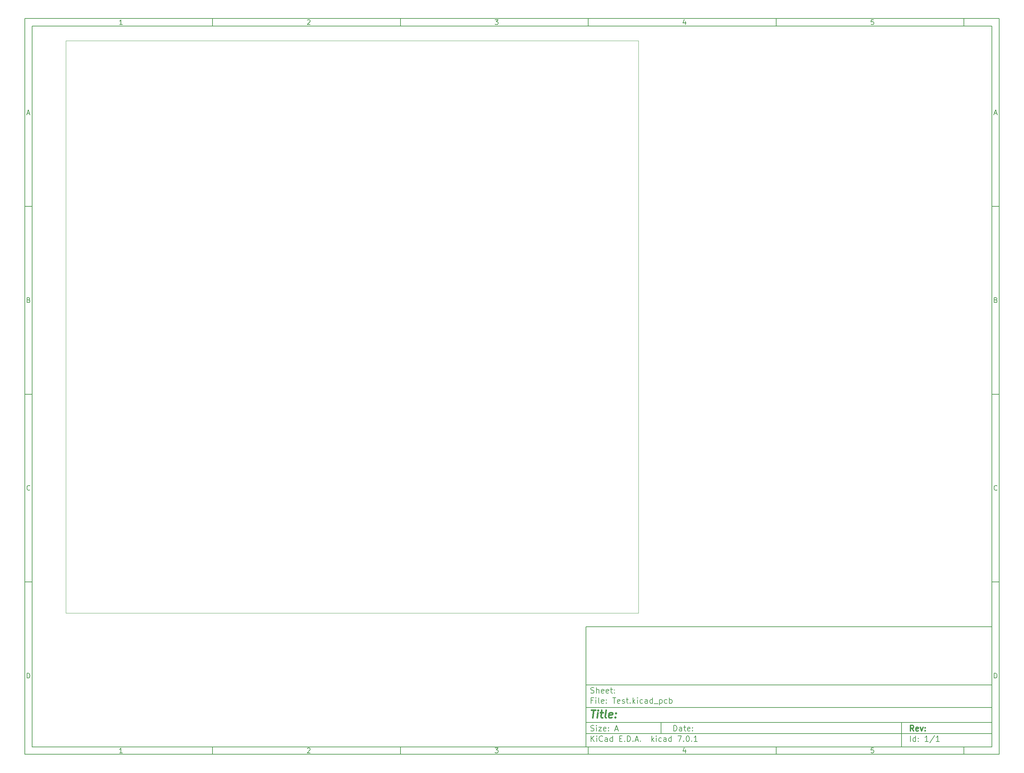
<source format=gbr>
%TF.GenerationSoftware,KiCad,Pcbnew,7.0.1*%
%TF.CreationDate,2023-03-26T09:27:21-05:00*%
%TF.ProjectId,Test,54657374-2e6b-4696-9361-645f70636258,rev?*%
%TF.SameCoordinates,Original*%
%TF.FileFunction,Profile,NP*%
%FSLAX46Y46*%
G04 Gerber Fmt 4.6, Leading zero omitted, Abs format (unit mm)*
G04 Created by KiCad (PCBNEW 7.0.1) date 2023-03-26 09:27:21*
%MOMM*%
%LPD*%
G01*
G04 APERTURE LIST*
%ADD10C,0.100000*%
%ADD11C,0.150000*%
%ADD12C,0.300000*%
%ADD13C,0.400000*%
%TA.AperFunction,Profile*%
%ADD14C,0.100000*%
%TD*%
G04 APERTURE END LIST*
D10*
D11*
X159400000Y-171900000D02*
X267400000Y-171900000D01*
X267400000Y-203900000D01*
X159400000Y-203900000D01*
X159400000Y-171900000D01*
D10*
D11*
X10000000Y-10000000D02*
X269400000Y-10000000D01*
X269400000Y-205900000D01*
X10000000Y-205900000D01*
X10000000Y-10000000D01*
D10*
D11*
X12000000Y-12000000D02*
X267400000Y-12000000D01*
X267400000Y-203900000D01*
X12000000Y-203900000D01*
X12000000Y-12000000D01*
D10*
D11*
X60000000Y-12000000D02*
X60000000Y-10000000D01*
D10*
D11*
X110000000Y-12000000D02*
X110000000Y-10000000D01*
D10*
D11*
X160000000Y-12000000D02*
X160000000Y-10000000D01*
D10*
D11*
X210000000Y-12000000D02*
X210000000Y-10000000D01*
D10*
D11*
X260000000Y-12000000D02*
X260000000Y-10000000D01*
D10*
D11*
X35990476Y-11601404D02*
X35247619Y-11601404D01*
X35619047Y-11601404D02*
X35619047Y-10301404D01*
X35619047Y-10301404D02*
X35495238Y-10487119D01*
X35495238Y-10487119D02*
X35371428Y-10610928D01*
X35371428Y-10610928D02*
X35247619Y-10672833D01*
D10*
D11*
X85247619Y-10425214D02*
X85309523Y-10363309D01*
X85309523Y-10363309D02*
X85433333Y-10301404D01*
X85433333Y-10301404D02*
X85742857Y-10301404D01*
X85742857Y-10301404D02*
X85866666Y-10363309D01*
X85866666Y-10363309D02*
X85928571Y-10425214D01*
X85928571Y-10425214D02*
X85990476Y-10549023D01*
X85990476Y-10549023D02*
X85990476Y-10672833D01*
X85990476Y-10672833D02*
X85928571Y-10858547D01*
X85928571Y-10858547D02*
X85185714Y-11601404D01*
X85185714Y-11601404D02*
X85990476Y-11601404D01*
D10*
D11*
X135185714Y-10301404D02*
X135990476Y-10301404D01*
X135990476Y-10301404D02*
X135557142Y-10796642D01*
X135557142Y-10796642D02*
X135742857Y-10796642D01*
X135742857Y-10796642D02*
X135866666Y-10858547D01*
X135866666Y-10858547D02*
X135928571Y-10920452D01*
X135928571Y-10920452D02*
X135990476Y-11044261D01*
X135990476Y-11044261D02*
X135990476Y-11353785D01*
X135990476Y-11353785D02*
X135928571Y-11477595D01*
X135928571Y-11477595D02*
X135866666Y-11539500D01*
X135866666Y-11539500D02*
X135742857Y-11601404D01*
X135742857Y-11601404D02*
X135371428Y-11601404D01*
X135371428Y-11601404D02*
X135247619Y-11539500D01*
X135247619Y-11539500D02*
X135185714Y-11477595D01*
D10*
D11*
X185866666Y-10734738D02*
X185866666Y-11601404D01*
X185557142Y-10239500D02*
X185247619Y-11168071D01*
X185247619Y-11168071D02*
X186052380Y-11168071D01*
D10*
D11*
X235928571Y-10301404D02*
X235309523Y-10301404D01*
X235309523Y-10301404D02*
X235247619Y-10920452D01*
X235247619Y-10920452D02*
X235309523Y-10858547D01*
X235309523Y-10858547D02*
X235433333Y-10796642D01*
X235433333Y-10796642D02*
X235742857Y-10796642D01*
X235742857Y-10796642D02*
X235866666Y-10858547D01*
X235866666Y-10858547D02*
X235928571Y-10920452D01*
X235928571Y-10920452D02*
X235990476Y-11044261D01*
X235990476Y-11044261D02*
X235990476Y-11353785D01*
X235990476Y-11353785D02*
X235928571Y-11477595D01*
X235928571Y-11477595D02*
X235866666Y-11539500D01*
X235866666Y-11539500D02*
X235742857Y-11601404D01*
X235742857Y-11601404D02*
X235433333Y-11601404D01*
X235433333Y-11601404D02*
X235309523Y-11539500D01*
X235309523Y-11539500D02*
X235247619Y-11477595D01*
D10*
D11*
X60000000Y-203900000D02*
X60000000Y-205900000D01*
D10*
D11*
X110000000Y-203900000D02*
X110000000Y-205900000D01*
D10*
D11*
X160000000Y-203900000D02*
X160000000Y-205900000D01*
D10*
D11*
X210000000Y-203900000D02*
X210000000Y-205900000D01*
D10*
D11*
X260000000Y-203900000D02*
X260000000Y-205900000D01*
D10*
D11*
X35990476Y-205501404D02*
X35247619Y-205501404D01*
X35619047Y-205501404D02*
X35619047Y-204201404D01*
X35619047Y-204201404D02*
X35495238Y-204387119D01*
X35495238Y-204387119D02*
X35371428Y-204510928D01*
X35371428Y-204510928D02*
X35247619Y-204572833D01*
D10*
D11*
X85247619Y-204325214D02*
X85309523Y-204263309D01*
X85309523Y-204263309D02*
X85433333Y-204201404D01*
X85433333Y-204201404D02*
X85742857Y-204201404D01*
X85742857Y-204201404D02*
X85866666Y-204263309D01*
X85866666Y-204263309D02*
X85928571Y-204325214D01*
X85928571Y-204325214D02*
X85990476Y-204449023D01*
X85990476Y-204449023D02*
X85990476Y-204572833D01*
X85990476Y-204572833D02*
X85928571Y-204758547D01*
X85928571Y-204758547D02*
X85185714Y-205501404D01*
X85185714Y-205501404D02*
X85990476Y-205501404D01*
D10*
D11*
X135185714Y-204201404D02*
X135990476Y-204201404D01*
X135990476Y-204201404D02*
X135557142Y-204696642D01*
X135557142Y-204696642D02*
X135742857Y-204696642D01*
X135742857Y-204696642D02*
X135866666Y-204758547D01*
X135866666Y-204758547D02*
X135928571Y-204820452D01*
X135928571Y-204820452D02*
X135990476Y-204944261D01*
X135990476Y-204944261D02*
X135990476Y-205253785D01*
X135990476Y-205253785D02*
X135928571Y-205377595D01*
X135928571Y-205377595D02*
X135866666Y-205439500D01*
X135866666Y-205439500D02*
X135742857Y-205501404D01*
X135742857Y-205501404D02*
X135371428Y-205501404D01*
X135371428Y-205501404D02*
X135247619Y-205439500D01*
X135247619Y-205439500D02*
X135185714Y-205377595D01*
D10*
D11*
X185866666Y-204634738D02*
X185866666Y-205501404D01*
X185557142Y-204139500D02*
X185247619Y-205068071D01*
X185247619Y-205068071D02*
X186052380Y-205068071D01*
D10*
D11*
X235928571Y-204201404D02*
X235309523Y-204201404D01*
X235309523Y-204201404D02*
X235247619Y-204820452D01*
X235247619Y-204820452D02*
X235309523Y-204758547D01*
X235309523Y-204758547D02*
X235433333Y-204696642D01*
X235433333Y-204696642D02*
X235742857Y-204696642D01*
X235742857Y-204696642D02*
X235866666Y-204758547D01*
X235866666Y-204758547D02*
X235928571Y-204820452D01*
X235928571Y-204820452D02*
X235990476Y-204944261D01*
X235990476Y-204944261D02*
X235990476Y-205253785D01*
X235990476Y-205253785D02*
X235928571Y-205377595D01*
X235928571Y-205377595D02*
X235866666Y-205439500D01*
X235866666Y-205439500D02*
X235742857Y-205501404D01*
X235742857Y-205501404D02*
X235433333Y-205501404D01*
X235433333Y-205501404D02*
X235309523Y-205439500D01*
X235309523Y-205439500D02*
X235247619Y-205377595D01*
D10*
D11*
X10000000Y-60000000D02*
X12000000Y-60000000D01*
D10*
D11*
X10000000Y-110000000D02*
X12000000Y-110000000D01*
D10*
D11*
X10000000Y-160000000D02*
X12000000Y-160000000D01*
D10*
D11*
X10690476Y-35229976D02*
X11309523Y-35229976D01*
X10566666Y-35601404D02*
X10999999Y-34301404D01*
X10999999Y-34301404D02*
X11433333Y-35601404D01*
D10*
D11*
X11092857Y-84920452D02*
X11278571Y-84982357D01*
X11278571Y-84982357D02*
X11340476Y-85044261D01*
X11340476Y-85044261D02*
X11402380Y-85168071D01*
X11402380Y-85168071D02*
X11402380Y-85353785D01*
X11402380Y-85353785D02*
X11340476Y-85477595D01*
X11340476Y-85477595D02*
X11278571Y-85539500D01*
X11278571Y-85539500D02*
X11154761Y-85601404D01*
X11154761Y-85601404D02*
X10659523Y-85601404D01*
X10659523Y-85601404D02*
X10659523Y-84301404D01*
X10659523Y-84301404D02*
X11092857Y-84301404D01*
X11092857Y-84301404D02*
X11216666Y-84363309D01*
X11216666Y-84363309D02*
X11278571Y-84425214D01*
X11278571Y-84425214D02*
X11340476Y-84549023D01*
X11340476Y-84549023D02*
X11340476Y-84672833D01*
X11340476Y-84672833D02*
X11278571Y-84796642D01*
X11278571Y-84796642D02*
X11216666Y-84858547D01*
X11216666Y-84858547D02*
X11092857Y-84920452D01*
X11092857Y-84920452D02*
X10659523Y-84920452D01*
D10*
D11*
X11402380Y-135477595D02*
X11340476Y-135539500D01*
X11340476Y-135539500D02*
X11154761Y-135601404D01*
X11154761Y-135601404D02*
X11030952Y-135601404D01*
X11030952Y-135601404D02*
X10845238Y-135539500D01*
X10845238Y-135539500D02*
X10721428Y-135415690D01*
X10721428Y-135415690D02*
X10659523Y-135291880D01*
X10659523Y-135291880D02*
X10597619Y-135044261D01*
X10597619Y-135044261D02*
X10597619Y-134858547D01*
X10597619Y-134858547D02*
X10659523Y-134610928D01*
X10659523Y-134610928D02*
X10721428Y-134487119D01*
X10721428Y-134487119D02*
X10845238Y-134363309D01*
X10845238Y-134363309D02*
X11030952Y-134301404D01*
X11030952Y-134301404D02*
X11154761Y-134301404D01*
X11154761Y-134301404D02*
X11340476Y-134363309D01*
X11340476Y-134363309D02*
X11402380Y-134425214D01*
D10*
D11*
X10659523Y-185601404D02*
X10659523Y-184301404D01*
X10659523Y-184301404D02*
X10969047Y-184301404D01*
X10969047Y-184301404D02*
X11154761Y-184363309D01*
X11154761Y-184363309D02*
X11278571Y-184487119D01*
X11278571Y-184487119D02*
X11340476Y-184610928D01*
X11340476Y-184610928D02*
X11402380Y-184858547D01*
X11402380Y-184858547D02*
X11402380Y-185044261D01*
X11402380Y-185044261D02*
X11340476Y-185291880D01*
X11340476Y-185291880D02*
X11278571Y-185415690D01*
X11278571Y-185415690D02*
X11154761Y-185539500D01*
X11154761Y-185539500D02*
X10969047Y-185601404D01*
X10969047Y-185601404D02*
X10659523Y-185601404D01*
D10*
D11*
X269400000Y-60000000D02*
X267400000Y-60000000D01*
D10*
D11*
X269400000Y-110000000D02*
X267400000Y-110000000D01*
D10*
D11*
X269400000Y-160000000D02*
X267400000Y-160000000D01*
D10*
D11*
X268090476Y-35229976D02*
X268709523Y-35229976D01*
X267966666Y-35601404D02*
X268399999Y-34301404D01*
X268399999Y-34301404D02*
X268833333Y-35601404D01*
D10*
D11*
X268492857Y-84920452D02*
X268678571Y-84982357D01*
X268678571Y-84982357D02*
X268740476Y-85044261D01*
X268740476Y-85044261D02*
X268802380Y-85168071D01*
X268802380Y-85168071D02*
X268802380Y-85353785D01*
X268802380Y-85353785D02*
X268740476Y-85477595D01*
X268740476Y-85477595D02*
X268678571Y-85539500D01*
X268678571Y-85539500D02*
X268554761Y-85601404D01*
X268554761Y-85601404D02*
X268059523Y-85601404D01*
X268059523Y-85601404D02*
X268059523Y-84301404D01*
X268059523Y-84301404D02*
X268492857Y-84301404D01*
X268492857Y-84301404D02*
X268616666Y-84363309D01*
X268616666Y-84363309D02*
X268678571Y-84425214D01*
X268678571Y-84425214D02*
X268740476Y-84549023D01*
X268740476Y-84549023D02*
X268740476Y-84672833D01*
X268740476Y-84672833D02*
X268678571Y-84796642D01*
X268678571Y-84796642D02*
X268616666Y-84858547D01*
X268616666Y-84858547D02*
X268492857Y-84920452D01*
X268492857Y-84920452D02*
X268059523Y-84920452D01*
D10*
D11*
X268802380Y-135477595D02*
X268740476Y-135539500D01*
X268740476Y-135539500D02*
X268554761Y-135601404D01*
X268554761Y-135601404D02*
X268430952Y-135601404D01*
X268430952Y-135601404D02*
X268245238Y-135539500D01*
X268245238Y-135539500D02*
X268121428Y-135415690D01*
X268121428Y-135415690D02*
X268059523Y-135291880D01*
X268059523Y-135291880D02*
X267997619Y-135044261D01*
X267997619Y-135044261D02*
X267997619Y-134858547D01*
X267997619Y-134858547D02*
X268059523Y-134610928D01*
X268059523Y-134610928D02*
X268121428Y-134487119D01*
X268121428Y-134487119D02*
X268245238Y-134363309D01*
X268245238Y-134363309D02*
X268430952Y-134301404D01*
X268430952Y-134301404D02*
X268554761Y-134301404D01*
X268554761Y-134301404D02*
X268740476Y-134363309D01*
X268740476Y-134363309D02*
X268802380Y-134425214D01*
D10*
D11*
X268059523Y-185601404D02*
X268059523Y-184301404D01*
X268059523Y-184301404D02*
X268369047Y-184301404D01*
X268369047Y-184301404D02*
X268554761Y-184363309D01*
X268554761Y-184363309D02*
X268678571Y-184487119D01*
X268678571Y-184487119D02*
X268740476Y-184610928D01*
X268740476Y-184610928D02*
X268802380Y-184858547D01*
X268802380Y-184858547D02*
X268802380Y-185044261D01*
X268802380Y-185044261D02*
X268740476Y-185291880D01*
X268740476Y-185291880D02*
X268678571Y-185415690D01*
X268678571Y-185415690D02*
X268554761Y-185539500D01*
X268554761Y-185539500D02*
X268369047Y-185601404D01*
X268369047Y-185601404D02*
X268059523Y-185601404D01*
D10*
D11*
X182757142Y-199693928D02*
X182757142Y-198193928D01*
X182757142Y-198193928D02*
X183114285Y-198193928D01*
X183114285Y-198193928D02*
X183328571Y-198265357D01*
X183328571Y-198265357D02*
X183471428Y-198408214D01*
X183471428Y-198408214D02*
X183542857Y-198551071D01*
X183542857Y-198551071D02*
X183614285Y-198836785D01*
X183614285Y-198836785D02*
X183614285Y-199051071D01*
X183614285Y-199051071D02*
X183542857Y-199336785D01*
X183542857Y-199336785D02*
X183471428Y-199479642D01*
X183471428Y-199479642D02*
X183328571Y-199622500D01*
X183328571Y-199622500D02*
X183114285Y-199693928D01*
X183114285Y-199693928D02*
X182757142Y-199693928D01*
X184900000Y-199693928D02*
X184900000Y-198908214D01*
X184900000Y-198908214D02*
X184828571Y-198765357D01*
X184828571Y-198765357D02*
X184685714Y-198693928D01*
X184685714Y-198693928D02*
X184400000Y-198693928D01*
X184400000Y-198693928D02*
X184257142Y-198765357D01*
X184900000Y-199622500D02*
X184757142Y-199693928D01*
X184757142Y-199693928D02*
X184400000Y-199693928D01*
X184400000Y-199693928D02*
X184257142Y-199622500D01*
X184257142Y-199622500D02*
X184185714Y-199479642D01*
X184185714Y-199479642D02*
X184185714Y-199336785D01*
X184185714Y-199336785D02*
X184257142Y-199193928D01*
X184257142Y-199193928D02*
X184400000Y-199122500D01*
X184400000Y-199122500D02*
X184757142Y-199122500D01*
X184757142Y-199122500D02*
X184900000Y-199051071D01*
X185400000Y-198693928D02*
X185971428Y-198693928D01*
X185614285Y-198193928D02*
X185614285Y-199479642D01*
X185614285Y-199479642D02*
X185685714Y-199622500D01*
X185685714Y-199622500D02*
X185828571Y-199693928D01*
X185828571Y-199693928D02*
X185971428Y-199693928D01*
X187042857Y-199622500D02*
X186900000Y-199693928D01*
X186900000Y-199693928D02*
X186614286Y-199693928D01*
X186614286Y-199693928D02*
X186471428Y-199622500D01*
X186471428Y-199622500D02*
X186400000Y-199479642D01*
X186400000Y-199479642D02*
X186400000Y-198908214D01*
X186400000Y-198908214D02*
X186471428Y-198765357D01*
X186471428Y-198765357D02*
X186614286Y-198693928D01*
X186614286Y-198693928D02*
X186900000Y-198693928D01*
X186900000Y-198693928D02*
X187042857Y-198765357D01*
X187042857Y-198765357D02*
X187114286Y-198908214D01*
X187114286Y-198908214D02*
X187114286Y-199051071D01*
X187114286Y-199051071D02*
X186400000Y-199193928D01*
X187757142Y-199551071D02*
X187828571Y-199622500D01*
X187828571Y-199622500D02*
X187757142Y-199693928D01*
X187757142Y-199693928D02*
X187685714Y-199622500D01*
X187685714Y-199622500D02*
X187757142Y-199551071D01*
X187757142Y-199551071D02*
X187757142Y-199693928D01*
X187757142Y-198765357D02*
X187828571Y-198836785D01*
X187828571Y-198836785D02*
X187757142Y-198908214D01*
X187757142Y-198908214D02*
X187685714Y-198836785D01*
X187685714Y-198836785D02*
X187757142Y-198765357D01*
X187757142Y-198765357D02*
X187757142Y-198908214D01*
D10*
D11*
X159400000Y-200400000D02*
X267400000Y-200400000D01*
D10*
D11*
X160757142Y-202493928D02*
X160757142Y-200993928D01*
X161614285Y-202493928D02*
X160971428Y-201636785D01*
X161614285Y-200993928D02*
X160757142Y-201851071D01*
X162257142Y-202493928D02*
X162257142Y-201493928D01*
X162257142Y-200993928D02*
X162185714Y-201065357D01*
X162185714Y-201065357D02*
X162257142Y-201136785D01*
X162257142Y-201136785D02*
X162328571Y-201065357D01*
X162328571Y-201065357D02*
X162257142Y-200993928D01*
X162257142Y-200993928D02*
X162257142Y-201136785D01*
X163828571Y-202351071D02*
X163757143Y-202422500D01*
X163757143Y-202422500D02*
X163542857Y-202493928D01*
X163542857Y-202493928D02*
X163400000Y-202493928D01*
X163400000Y-202493928D02*
X163185714Y-202422500D01*
X163185714Y-202422500D02*
X163042857Y-202279642D01*
X163042857Y-202279642D02*
X162971428Y-202136785D01*
X162971428Y-202136785D02*
X162900000Y-201851071D01*
X162900000Y-201851071D02*
X162900000Y-201636785D01*
X162900000Y-201636785D02*
X162971428Y-201351071D01*
X162971428Y-201351071D02*
X163042857Y-201208214D01*
X163042857Y-201208214D02*
X163185714Y-201065357D01*
X163185714Y-201065357D02*
X163400000Y-200993928D01*
X163400000Y-200993928D02*
X163542857Y-200993928D01*
X163542857Y-200993928D02*
X163757143Y-201065357D01*
X163757143Y-201065357D02*
X163828571Y-201136785D01*
X165114286Y-202493928D02*
X165114286Y-201708214D01*
X165114286Y-201708214D02*
X165042857Y-201565357D01*
X165042857Y-201565357D02*
X164900000Y-201493928D01*
X164900000Y-201493928D02*
X164614286Y-201493928D01*
X164614286Y-201493928D02*
X164471428Y-201565357D01*
X165114286Y-202422500D02*
X164971428Y-202493928D01*
X164971428Y-202493928D02*
X164614286Y-202493928D01*
X164614286Y-202493928D02*
X164471428Y-202422500D01*
X164471428Y-202422500D02*
X164400000Y-202279642D01*
X164400000Y-202279642D02*
X164400000Y-202136785D01*
X164400000Y-202136785D02*
X164471428Y-201993928D01*
X164471428Y-201993928D02*
X164614286Y-201922500D01*
X164614286Y-201922500D02*
X164971428Y-201922500D01*
X164971428Y-201922500D02*
X165114286Y-201851071D01*
X166471429Y-202493928D02*
X166471429Y-200993928D01*
X166471429Y-202422500D02*
X166328571Y-202493928D01*
X166328571Y-202493928D02*
X166042857Y-202493928D01*
X166042857Y-202493928D02*
X165900000Y-202422500D01*
X165900000Y-202422500D02*
X165828571Y-202351071D01*
X165828571Y-202351071D02*
X165757143Y-202208214D01*
X165757143Y-202208214D02*
X165757143Y-201779642D01*
X165757143Y-201779642D02*
X165828571Y-201636785D01*
X165828571Y-201636785D02*
X165900000Y-201565357D01*
X165900000Y-201565357D02*
X166042857Y-201493928D01*
X166042857Y-201493928D02*
X166328571Y-201493928D01*
X166328571Y-201493928D02*
X166471429Y-201565357D01*
X168328571Y-201708214D02*
X168828571Y-201708214D01*
X169042857Y-202493928D02*
X168328571Y-202493928D01*
X168328571Y-202493928D02*
X168328571Y-200993928D01*
X168328571Y-200993928D02*
X169042857Y-200993928D01*
X169685714Y-202351071D02*
X169757143Y-202422500D01*
X169757143Y-202422500D02*
X169685714Y-202493928D01*
X169685714Y-202493928D02*
X169614286Y-202422500D01*
X169614286Y-202422500D02*
X169685714Y-202351071D01*
X169685714Y-202351071D02*
X169685714Y-202493928D01*
X170400000Y-202493928D02*
X170400000Y-200993928D01*
X170400000Y-200993928D02*
X170757143Y-200993928D01*
X170757143Y-200993928D02*
X170971429Y-201065357D01*
X170971429Y-201065357D02*
X171114286Y-201208214D01*
X171114286Y-201208214D02*
X171185715Y-201351071D01*
X171185715Y-201351071D02*
X171257143Y-201636785D01*
X171257143Y-201636785D02*
X171257143Y-201851071D01*
X171257143Y-201851071D02*
X171185715Y-202136785D01*
X171185715Y-202136785D02*
X171114286Y-202279642D01*
X171114286Y-202279642D02*
X170971429Y-202422500D01*
X170971429Y-202422500D02*
X170757143Y-202493928D01*
X170757143Y-202493928D02*
X170400000Y-202493928D01*
X171900000Y-202351071D02*
X171971429Y-202422500D01*
X171971429Y-202422500D02*
X171900000Y-202493928D01*
X171900000Y-202493928D02*
X171828572Y-202422500D01*
X171828572Y-202422500D02*
X171900000Y-202351071D01*
X171900000Y-202351071D02*
X171900000Y-202493928D01*
X172542858Y-202065357D02*
X173257144Y-202065357D01*
X172400001Y-202493928D02*
X172900001Y-200993928D01*
X172900001Y-200993928D02*
X173400001Y-202493928D01*
X173900000Y-202351071D02*
X173971429Y-202422500D01*
X173971429Y-202422500D02*
X173900000Y-202493928D01*
X173900000Y-202493928D02*
X173828572Y-202422500D01*
X173828572Y-202422500D02*
X173900000Y-202351071D01*
X173900000Y-202351071D02*
X173900000Y-202493928D01*
X176900000Y-202493928D02*
X176900000Y-200993928D01*
X177042858Y-201922500D02*
X177471429Y-202493928D01*
X177471429Y-201493928D02*
X176900000Y-202065357D01*
X178114286Y-202493928D02*
X178114286Y-201493928D01*
X178114286Y-200993928D02*
X178042858Y-201065357D01*
X178042858Y-201065357D02*
X178114286Y-201136785D01*
X178114286Y-201136785D02*
X178185715Y-201065357D01*
X178185715Y-201065357D02*
X178114286Y-200993928D01*
X178114286Y-200993928D02*
X178114286Y-201136785D01*
X179471430Y-202422500D02*
X179328572Y-202493928D01*
X179328572Y-202493928D02*
X179042858Y-202493928D01*
X179042858Y-202493928D02*
X178900001Y-202422500D01*
X178900001Y-202422500D02*
X178828572Y-202351071D01*
X178828572Y-202351071D02*
X178757144Y-202208214D01*
X178757144Y-202208214D02*
X178757144Y-201779642D01*
X178757144Y-201779642D02*
X178828572Y-201636785D01*
X178828572Y-201636785D02*
X178900001Y-201565357D01*
X178900001Y-201565357D02*
X179042858Y-201493928D01*
X179042858Y-201493928D02*
X179328572Y-201493928D01*
X179328572Y-201493928D02*
X179471430Y-201565357D01*
X180757144Y-202493928D02*
X180757144Y-201708214D01*
X180757144Y-201708214D02*
X180685715Y-201565357D01*
X180685715Y-201565357D02*
X180542858Y-201493928D01*
X180542858Y-201493928D02*
X180257144Y-201493928D01*
X180257144Y-201493928D02*
X180114286Y-201565357D01*
X180757144Y-202422500D02*
X180614286Y-202493928D01*
X180614286Y-202493928D02*
X180257144Y-202493928D01*
X180257144Y-202493928D02*
X180114286Y-202422500D01*
X180114286Y-202422500D02*
X180042858Y-202279642D01*
X180042858Y-202279642D02*
X180042858Y-202136785D01*
X180042858Y-202136785D02*
X180114286Y-201993928D01*
X180114286Y-201993928D02*
X180257144Y-201922500D01*
X180257144Y-201922500D02*
X180614286Y-201922500D01*
X180614286Y-201922500D02*
X180757144Y-201851071D01*
X182114287Y-202493928D02*
X182114287Y-200993928D01*
X182114287Y-202422500D02*
X181971429Y-202493928D01*
X181971429Y-202493928D02*
X181685715Y-202493928D01*
X181685715Y-202493928D02*
X181542858Y-202422500D01*
X181542858Y-202422500D02*
X181471429Y-202351071D01*
X181471429Y-202351071D02*
X181400001Y-202208214D01*
X181400001Y-202208214D02*
X181400001Y-201779642D01*
X181400001Y-201779642D02*
X181471429Y-201636785D01*
X181471429Y-201636785D02*
X181542858Y-201565357D01*
X181542858Y-201565357D02*
X181685715Y-201493928D01*
X181685715Y-201493928D02*
X181971429Y-201493928D01*
X181971429Y-201493928D02*
X182114287Y-201565357D01*
X183828572Y-200993928D02*
X184828572Y-200993928D01*
X184828572Y-200993928D02*
X184185715Y-202493928D01*
X185400000Y-202351071D02*
X185471429Y-202422500D01*
X185471429Y-202422500D02*
X185400000Y-202493928D01*
X185400000Y-202493928D02*
X185328572Y-202422500D01*
X185328572Y-202422500D02*
X185400000Y-202351071D01*
X185400000Y-202351071D02*
X185400000Y-202493928D01*
X186400001Y-200993928D02*
X186542858Y-200993928D01*
X186542858Y-200993928D02*
X186685715Y-201065357D01*
X186685715Y-201065357D02*
X186757144Y-201136785D01*
X186757144Y-201136785D02*
X186828572Y-201279642D01*
X186828572Y-201279642D02*
X186900001Y-201565357D01*
X186900001Y-201565357D02*
X186900001Y-201922500D01*
X186900001Y-201922500D02*
X186828572Y-202208214D01*
X186828572Y-202208214D02*
X186757144Y-202351071D01*
X186757144Y-202351071D02*
X186685715Y-202422500D01*
X186685715Y-202422500D02*
X186542858Y-202493928D01*
X186542858Y-202493928D02*
X186400001Y-202493928D01*
X186400001Y-202493928D02*
X186257144Y-202422500D01*
X186257144Y-202422500D02*
X186185715Y-202351071D01*
X186185715Y-202351071D02*
X186114286Y-202208214D01*
X186114286Y-202208214D02*
X186042858Y-201922500D01*
X186042858Y-201922500D02*
X186042858Y-201565357D01*
X186042858Y-201565357D02*
X186114286Y-201279642D01*
X186114286Y-201279642D02*
X186185715Y-201136785D01*
X186185715Y-201136785D02*
X186257144Y-201065357D01*
X186257144Y-201065357D02*
X186400001Y-200993928D01*
X187542857Y-202351071D02*
X187614286Y-202422500D01*
X187614286Y-202422500D02*
X187542857Y-202493928D01*
X187542857Y-202493928D02*
X187471429Y-202422500D01*
X187471429Y-202422500D02*
X187542857Y-202351071D01*
X187542857Y-202351071D02*
X187542857Y-202493928D01*
X189042858Y-202493928D02*
X188185715Y-202493928D01*
X188614286Y-202493928D02*
X188614286Y-200993928D01*
X188614286Y-200993928D02*
X188471429Y-201208214D01*
X188471429Y-201208214D02*
X188328572Y-201351071D01*
X188328572Y-201351071D02*
X188185715Y-201422500D01*
D10*
D11*
X159400000Y-197400000D02*
X267400000Y-197400000D01*
D10*
D12*
X246614285Y-199693928D02*
X246114285Y-198979642D01*
X245757142Y-199693928D02*
X245757142Y-198193928D01*
X245757142Y-198193928D02*
X246328571Y-198193928D01*
X246328571Y-198193928D02*
X246471428Y-198265357D01*
X246471428Y-198265357D02*
X246542857Y-198336785D01*
X246542857Y-198336785D02*
X246614285Y-198479642D01*
X246614285Y-198479642D02*
X246614285Y-198693928D01*
X246614285Y-198693928D02*
X246542857Y-198836785D01*
X246542857Y-198836785D02*
X246471428Y-198908214D01*
X246471428Y-198908214D02*
X246328571Y-198979642D01*
X246328571Y-198979642D02*
X245757142Y-198979642D01*
X247828571Y-199622500D02*
X247685714Y-199693928D01*
X247685714Y-199693928D02*
X247400000Y-199693928D01*
X247400000Y-199693928D02*
X247257142Y-199622500D01*
X247257142Y-199622500D02*
X247185714Y-199479642D01*
X247185714Y-199479642D02*
X247185714Y-198908214D01*
X247185714Y-198908214D02*
X247257142Y-198765357D01*
X247257142Y-198765357D02*
X247400000Y-198693928D01*
X247400000Y-198693928D02*
X247685714Y-198693928D01*
X247685714Y-198693928D02*
X247828571Y-198765357D01*
X247828571Y-198765357D02*
X247900000Y-198908214D01*
X247900000Y-198908214D02*
X247900000Y-199051071D01*
X247900000Y-199051071D02*
X247185714Y-199193928D01*
X248399999Y-198693928D02*
X248757142Y-199693928D01*
X248757142Y-199693928D02*
X249114285Y-198693928D01*
X249685713Y-199551071D02*
X249757142Y-199622500D01*
X249757142Y-199622500D02*
X249685713Y-199693928D01*
X249685713Y-199693928D02*
X249614285Y-199622500D01*
X249614285Y-199622500D02*
X249685713Y-199551071D01*
X249685713Y-199551071D02*
X249685713Y-199693928D01*
X249685713Y-198765357D02*
X249757142Y-198836785D01*
X249757142Y-198836785D02*
X249685713Y-198908214D01*
X249685713Y-198908214D02*
X249614285Y-198836785D01*
X249614285Y-198836785D02*
X249685713Y-198765357D01*
X249685713Y-198765357D02*
X249685713Y-198908214D01*
D10*
D11*
X160685714Y-199622500D02*
X160900000Y-199693928D01*
X160900000Y-199693928D02*
X161257142Y-199693928D01*
X161257142Y-199693928D02*
X161400000Y-199622500D01*
X161400000Y-199622500D02*
X161471428Y-199551071D01*
X161471428Y-199551071D02*
X161542857Y-199408214D01*
X161542857Y-199408214D02*
X161542857Y-199265357D01*
X161542857Y-199265357D02*
X161471428Y-199122500D01*
X161471428Y-199122500D02*
X161400000Y-199051071D01*
X161400000Y-199051071D02*
X161257142Y-198979642D01*
X161257142Y-198979642D02*
X160971428Y-198908214D01*
X160971428Y-198908214D02*
X160828571Y-198836785D01*
X160828571Y-198836785D02*
X160757142Y-198765357D01*
X160757142Y-198765357D02*
X160685714Y-198622500D01*
X160685714Y-198622500D02*
X160685714Y-198479642D01*
X160685714Y-198479642D02*
X160757142Y-198336785D01*
X160757142Y-198336785D02*
X160828571Y-198265357D01*
X160828571Y-198265357D02*
X160971428Y-198193928D01*
X160971428Y-198193928D02*
X161328571Y-198193928D01*
X161328571Y-198193928D02*
X161542857Y-198265357D01*
X162185713Y-199693928D02*
X162185713Y-198693928D01*
X162185713Y-198193928D02*
X162114285Y-198265357D01*
X162114285Y-198265357D02*
X162185713Y-198336785D01*
X162185713Y-198336785D02*
X162257142Y-198265357D01*
X162257142Y-198265357D02*
X162185713Y-198193928D01*
X162185713Y-198193928D02*
X162185713Y-198336785D01*
X162757142Y-198693928D02*
X163542857Y-198693928D01*
X163542857Y-198693928D02*
X162757142Y-199693928D01*
X162757142Y-199693928D02*
X163542857Y-199693928D01*
X164685714Y-199622500D02*
X164542857Y-199693928D01*
X164542857Y-199693928D02*
X164257143Y-199693928D01*
X164257143Y-199693928D02*
X164114285Y-199622500D01*
X164114285Y-199622500D02*
X164042857Y-199479642D01*
X164042857Y-199479642D02*
X164042857Y-198908214D01*
X164042857Y-198908214D02*
X164114285Y-198765357D01*
X164114285Y-198765357D02*
X164257143Y-198693928D01*
X164257143Y-198693928D02*
X164542857Y-198693928D01*
X164542857Y-198693928D02*
X164685714Y-198765357D01*
X164685714Y-198765357D02*
X164757143Y-198908214D01*
X164757143Y-198908214D02*
X164757143Y-199051071D01*
X164757143Y-199051071D02*
X164042857Y-199193928D01*
X165399999Y-199551071D02*
X165471428Y-199622500D01*
X165471428Y-199622500D02*
X165399999Y-199693928D01*
X165399999Y-199693928D02*
X165328571Y-199622500D01*
X165328571Y-199622500D02*
X165399999Y-199551071D01*
X165399999Y-199551071D02*
X165399999Y-199693928D01*
X165399999Y-198765357D02*
X165471428Y-198836785D01*
X165471428Y-198836785D02*
X165399999Y-198908214D01*
X165399999Y-198908214D02*
X165328571Y-198836785D01*
X165328571Y-198836785D02*
X165399999Y-198765357D01*
X165399999Y-198765357D02*
X165399999Y-198908214D01*
X167185714Y-199265357D02*
X167900000Y-199265357D01*
X167042857Y-199693928D02*
X167542857Y-198193928D01*
X167542857Y-198193928D02*
X168042857Y-199693928D01*
D10*
D11*
X245757142Y-202493928D02*
X245757142Y-200993928D01*
X247114286Y-202493928D02*
X247114286Y-200993928D01*
X247114286Y-202422500D02*
X246971428Y-202493928D01*
X246971428Y-202493928D02*
X246685714Y-202493928D01*
X246685714Y-202493928D02*
X246542857Y-202422500D01*
X246542857Y-202422500D02*
X246471428Y-202351071D01*
X246471428Y-202351071D02*
X246400000Y-202208214D01*
X246400000Y-202208214D02*
X246400000Y-201779642D01*
X246400000Y-201779642D02*
X246471428Y-201636785D01*
X246471428Y-201636785D02*
X246542857Y-201565357D01*
X246542857Y-201565357D02*
X246685714Y-201493928D01*
X246685714Y-201493928D02*
X246971428Y-201493928D01*
X246971428Y-201493928D02*
X247114286Y-201565357D01*
X247828571Y-202351071D02*
X247900000Y-202422500D01*
X247900000Y-202422500D02*
X247828571Y-202493928D01*
X247828571Y-202493928D02*
X247757143Y-202422500D01*
X247757143Y-202422500D02*
X247828571Y-202351071D01*
X247828571Y-202351071D02*
X247828571Y-202493928D01*
X247828571Y-201565357D02*
X247900000Y-201636785D01*
X247900000Y-201636785D02*
X247828571Y-201708214D01*
X247828571Y-201708214D02*
X247757143Y-201636785D01*
X247757143Y-201636785D02*
X247828571Y-201565357D01*
X247828571Y-201565357D02*
X247828571Y-201708214D01*
X250471429Y-202493928D02*
X249614286Y-202493928D01*
X250042857Y-202493928D02*
X250042857Y-200993928D01*
X250042857Y-200993928D02*
X249900000Y-201208214D01*
X249900000Y-201208214D02*
X249757143Y-201351071D01*
X249757143Y-201351071D02*
X249614286Y-201422500D01*
X252185714Y-200922500D02*
X250900000Y-202851071D01*
X253471429Y-202493928D02*
X252614286Y-202493928D01*
X253042857Y-202493928D02*
X253042857Y-200993928D01*
X253042857Y-200993928D02*
X252900000Y-201208214D01*
X252900000Y-201208214D02*
X252757143Y-201351071D01*
X252757143Y-201351071D02*
X252614286Y-201422500D01*
D10*
D11*
X159400000Y-193400000D02*
X267400000Y-193400000D01*
D10*
D13*
X160828571Y-194125238D02*
X161971428Y-194125238D01*
X161150000Y-196125238D02*
X161400000Y-194125238D01*
X162376190Y-196125238D02*
X162542857Y-194791904D01*
X162626190Y-194125238D02*
X162519047Y-194220476D01*
X162519047Y-194220476D02*
X162602381Y-194315714D01*
X162602381Y-194315714D02*
X162709524Y-194220476D01*
X162709524Y-194220476D02*
X162626190Y-194125238D01*
X162626190Y-194125238D02*
X162602381Y-194315714D01*
X163197619Y-194791904D02*
X163959523Y-194791904D01*
X163566666Y-194125238D02*
X163352381Y-195839523D01*
X163352381Y-195839523D02*
X163423809Y-196030000D01*
X163423809Y-196030000D02*
X163602381Y-196125238D01*
X163602381Y-196125238D02*
X163792857Y-196125238D01*
X164733333Y-196125238D02*
X164554761Y-196030000D01*
X164554761Y-196030000D02*
X164483333Y-195839523D01*
X164483333Y-195839523D02*
X164697618Y-194125238D01*
X166257142Y-196030000D02*
X166054761Y-196125238D01*
X166054761Y-196125238D02*
X165673808Y-196125238D01*
X165673808Y-196125238D02*
X165495237Y-196030000D01*
X165495237Y-196030000D02*
X165423808Y-195839523D01*
X165423808Y-195839523D02*
X165519047Y-195077619D01*
X165519047Y-195077619D02*
X165638094Y-194887142D01*
X165638094Y-194887142D02*
X165840475Y-194791904D01*
X165840475Y-194791904D02*
X166221427Y-194791904D01*
X166221427Y-194791904D02*
X166399999Y-194887142D01*
X166399999Y-194887142D02*
X166471427Y-195077619D01*
X166471427Y-195077619D02*
X166447618Y-195268095D01*
X166447618Y-195268095D02*
X165471427Y-195458571D01*
X167209523Y-195934761D02*
X167292856Y-196030000D01*
X167292856Y-196030000D02*
X167185713Y-196125238D01*
X167185713Y-196125238D02*
X167102380Y-196030000D01*
X167102380Y-196030000D02*
X167209523Y-195934761D01*
X167209523Y-195934761D02*
X167185713Y-196125238D01*
X167340475Y-194887142D02*
X167423808Y-194982380D01*
X167423808Y-194982380D02*
X167316666Y-195077619D01*
X167316666Y-195077619D02*
X167233332Y-194982380D01*
X167233332Y-194982380D02*
X167340475Y-194887142D01*
X167340475Y-194887142D02*
X167316666Y-195077619D01*
D10*
D11*
X161257142Y-191508214D02*
X160757142Y-191508214D01*
X160757142Y-192293928D02*
X160757142Y-190793928D01*
X160757142Y-190793928D02*
X161471428Y-190793928D01*
X162042856Y-192293928D02*
X162042856Y-191293928D01*
X162042856Y-190793928D02*
X161971428Y-190865357D01*
X161971428Y-190865357D02*
X162042856Y-190936785D01*
X162042856Y-190936785D02*
X162114285Y-190865357D01*
X162114285Y-190865357D02*
X162042856Y-190793928D01*
X162042856Y-190793928D02*
X162042856Y-190936785D01*
X162971428Y-192293928D02*
X162828571Y-192222500D01*
X162828571Y-192222500D02*
X162757142Y-192079642D01*
X162757142Y-192079642D02*
X162757142Y-190793928D01*
X164114285Y-192222500D02*
X163971428Y-192293928D01*
X163971428Y-192293928D02*
X163685714Y-192293928D01*
X163685714Y-192293928D02*
X163542856Y-192222500D01*
X163542856Y-192222500D02*
X163471428Y-192079642D01*
X163471428Y-192079642D02*
X163471428Y-191508214D01*
X163471428Y-191508214D02*
X163542856Y-191365357D01*
X163542856Y-191365357D02*
X163685714Y-191293928D01*
X163685714Y-191293928D02*
X163971428Y-191293928D01*
X163971428Y-191293928D02*
X164114285Y-191365357D01*
X164114285Y-191365357D02*
X164185714Y-191508214D01*
X164185714Y-191508214D02*
X164185714Y-191651071D01*
X164185714Y-191651071D02*
X163471428Y-191793928D01*
X164828570Y-192151071D02*
X164899999Y-192222500D01*
X164899999Y-192222500D02*
X164828570Y-192293928D01*
X164828570Y-192293928D02*
X164757142Y-192222500D01*
X164757142Y-192222500D02*
X164828570Y-192151071D01*
X164828570Y-192151071D02*
X164828570Y-192293928D01*
X164828570Y-191365357D02*
X164899999Y-191436785D01*
X164899999Y-191436785D02*
X164828570Y-191508214D01*
X164828570Y-191508214D02*
X164757142Y-191436785D01*
X164757142Y-191436785D02*
X164828570Y-191365357D01*
X164828570Y-191365357D02*
X164828570Y-191508214D01*
X166471428Y-190793928D02*
X167328571Y-190793928D01*
X166899999Y-192293928D02*
X166899999Y-190793928D01*
X168399999Y-192222500D02*
X168257142Y-192293928D01*
X168257142Y-192293928D02*
X167971428Y-192293928D01*
X167971428Y-192293928D02*
X167828570Y-192222500D01*
X167828570Y-192222500D02*
X167757142Y-192079642D01*
X167757142Y-192079642D02*
X167757142Y-191508214D01*
X167757142Y-191508214D02*
X167828570Y-191365357D01*
X167828570Y-191365357D02*
X167971428Y-191293928D01*
X167971428Y-191293928D02*
X168257142Y-191293928D01*
X168257142Y-191293928D02*
X168399999Y-191365357D01*
X168399999Y-191365357D02*
X168471428Y-191508214D01*
X168471428Y-191508214D02*
X168471428Y-191651071D01*
X168471428Y-191651071D02*
X167757142Y-191793928D01*
X169042856Y-192222500D02*
X169185713Y-192293928D01*
X169185713Y-192293928D02*
X169471427Y-192293928D01*
X169471427Y-192293928D02*
X169614284Y-192222500D01*
X169614284Y-192222500D02*
X169685713Y-192079642D01*
X169685713Y-192079642D02*
X169685713Y-192008214D01*
X169685713Y-192008214D02*
X169614284Y-191865357D01*
X169614284Y-191865357D02*
X169471427Y-191793928D01*
X169471427Y-191793928D02*
X169257142Y-191793928D01*
X169257142Y-191793928D02*
X169114284Y-191722500D01*
X169114284Y-191722500D02*
X169042856Y-191579642D01*
X169042856Y-191579642D02*
X169042856Y-191508214D01*
X169042856Y-191508214D02*
X169114284Y-191365357D01*
X169114284Y-191365357D02*
X169257142Y-191293928D01*
X169257142Y-191293928D02*
X169471427Y-191293928D01*
X169471427Y-191293928D02*
X169614284Y-191365357D01*
X170114285Y-191293928D02*
X170685713Y-191293928D01*
X170328570Y-190793928D02*
X170328570Y-192079642D01*
X170328570Y-192079642D02*
X170399999Y-192222500D01*
X170399999Y-192222500D02*
X170542856Y-192293928D01*
X170542856Y-192293928D02*
X170685713Y-192293928D01*
X171185713Y-192151071D02*
X171257142Y-192222500D01*
X171257142Y-192222500D02*
X171185713Y-192293928D01*
X171185713Y-192293928D02*
X171114285Y-192222500D01*
X171114285Y-192222500D02*
X171185713Y-192151071D01*
X171185713Y-192151071D02*
X171185713Y-192293928D01*
X171899999Y-192293928D02*
X171899999Y-190793928D01*
X172042857Y-191722500D02*
X172471428Y-192293928D01*
X172471428Y-191293928D02*
X171899999Y-191865357D01*
X173114285Y-192293928D02*
X173114285Y-191293928D01*
X173114285Y-190793928D02*
X173042857Y-190865357D01*
X173042857Y-190865357D02*
X173114285Y-190936785D01*
X173114285Y-190936785D02*
X173185714Y-190865357D01*
X173185714Y-190865357D02*
X173114285Y-190793928D01*
X173114285Y-190793928D02*
X173114285Y-190936785D01*
X174471429Y-192222500D02*
X174328571Y-192293928D01*
X174328571Y-192293928D02*
X174042857Y-192293928D01*
X174042857Y-192293928D02*
X173900000Y-192222500D01*
X173900000Y-192222500D02*
X173828571Y-192151071D01*
X173828571Y-192151071D02*
X173757143Y-192008214D01*
X173757143Y-192008214D02*
X173757143Y-191579642D01*
X173757143Y-191579642D02*
X173828571Y-191436785D01*
X173828571Y-191436785D02*
X173900000Y-191365357D01*
X173900000Y-191365357D02*
X174042857Y-191293928D01*
X174042857Y-191293928D02*
X174328571Y-191293928D01*
X174328571Y-191293928D02*
X174471429Y-191365357D01*
X175757143Y-192293928D02*
X175757143Y-191508214D01*
X175757143Y-191508214D02*
X175685714Y-191365357D01*
X175685714Y-191365357D02*
X175542857Y-191293928D01*
X175542857Y-191293928D02*
X175257143Y-191293928D01*
X175257143Y-191293928D02*
X175114285Y-191365357D01*
X175757143Y-192222500D02*
X175614285Y-192293928D01*
X175614285Y-192293928D02*
X175257143Y-192293928D01*
X175257143Y-192293928D02*
X175114285Y-192222500D01*
X175114285Y-192222500D02*
X175042857Y-192079642D01*
X175042857Y-192079642D02*
X175042857Y-191936785D01*
X175042857Y-191936785D02*
X175114285Y-191793928D01*
X175114285Y-191793928D02*
X175257143Y-191722500D01*
X175257143Y-191722500D02*
X175614285Y-191722500D01*
X175614285Y-191722500D02*
X175757143Y-191651071D01*
X177114286Y-192293928D02*
X177114286Y-190793928D01*
X177114286Y-192222500D02*
X176971428Y-192293928D01*
X176971428Y-192293928D02*
X176685714Y-192293928D01*
X176685714Y-192293928D02*
X176542857Y-192222500D01*
X176542857Y-192222500D02*
X176471428Y-192151071D01*
X176471428Y-192151071D02*
X176400000Y-192008214D01*
X176400000Y-192008214D02*
X176400000Y-191579642D01*
X176400000Y-191579642D02*
X176471428Y-191436785D01*
X176471428Y-191436785D02*
X176542857Y-191365357D01*
X176542857Y-191365357D02*
X176685714Y-191293928D01*
X176685714Y-191293928D02*
X176971428Y-191293928D01*
X176971428Y-191293928D02*
X177114286Y-191365357D01*
X177471429Y-192436785D02*
X178614286Y-192436785D01*
X178971428Y-191293928D02*
X178971428Y-192793928D01*
X178971428Y-191365357D02*
X179114286Y-191293928D01*
X179114286Y-191293928D02*
X179400000Y-191293928D01*
X179400000Y-191293928D02*
X179542857Y-191365357D01*
X179542857Y-191365357D02*
X179614286Y-191436785D01*
X179614286Y-191436785D02*
X179685714Y-191579642D01*
X179685714Y-191579642D02*
X179685714Y-192008214D01*
X179685714Y-192008214D02*
X179614286Y-192151071D01*
X179614286Y-192151071D02*
X179542857Y-192222500D01*
X179542857Y-192222500D02*
X179400000Y-192293928D01*
X179400000Y-192293928D02*
X179114286Y-192293928D01*
X179114286Y-192293928D02*
X178971428Y-192222500D01*
X180971429Y-192222500D02*
X180828571Y-192293928D01*
X180828571Y-192293928D02*
X180542857Y-192293928D01*
X180542857Y-192293928D02*
X180400000Y-192222500D01*
X180400000Y-192222500D02*
X180328571Y-192151071D01*
X180328571Y-192151071D02*
X180257143Y-192008214D01*
X180257143Y-192008214D02*
X180257143Y-191579642D01*
X180257143Y-191579642D02*
X180328571Y-191436785D01*
X180328571Y-191436785D02*
X180400000Y-191365357D01*
X180400000Y-191365357D02*
X180542857Y-191293928D01*
X180542857Y-191293928D02*
X180828571Y-191293928D01*
X180828571Y-191293928D02*
X180971429Y-191365357D01*
X181614285Y-192293928D02*
X181614285Y-190793928D01*
X181614285Y-191365357D02*
X181757143Y-191293928D01*
X181757143Y-191293928D02*
X182042857Y-191293928D01*
X182042857Y-191293928D02*
X182185714Y-191365357D01*
X182185714Y-191365357D02*
X182257143Y-191436785D01*
X182257143Y-191436785D02*
X182328571Y-191579642D01*
X182328571Y-191579642D02*
X182328571Y-192008214D01*
X182328571Y-192008214D02*
X182257143Y-192151071D01*
X182257143Y-192151071D02*
X182185714Y-192222500D01*
X182185714Y-192222500D02*
X182042857Y-192293928D01*
X182042857Y-192293928D02*
X181757143Y-192293928D01*
X181757143Y-192293928D02*
X181614285Y-192222500D01*
D10*
D11*
X159400000Y-187400000D02*
X267400000Y-187400000D01*
D10*
D11*
X160685714Y-189522500D02*
X160900000Y-189593928D01*
X160900000Y-189593928D02*
X161257142Y-189593928D01*
X161257142Y-189593928D02*
X161400000Y-189522500D01*
X161400000Y-189522500D02*
X161471428Y-189451071D01*
X161471428Y-189451071D02*
X161542857Y-189308214D01*
X161542857Y-189308214D02*
X161542857Y-189165357D01*
X161542857Y-189165357D02*
X161471428Y-189022500D01*
X161471428Y-189022500D02*
X161400000Y-188951071D01*
X161400000Y-188951071D02*
X161257142Y-188879642D01*
X161257142Y-188879642D02*
X160971428Y-188808214D01*
X160971428Y-188808214D02*
X160828571Y-188736785D01*
X160828571Y-188736785D02*
X160757142Y-188665357D01*
X160757142Y-188665357D02*
X160685714Y-188522500D01*
X160685714Y-188522500D02*
X160685714Y-188379642D01*
X160685714Y-188379642D02*
X160757142Y-188236785D01*
X160757142Y-188236785D02*
X160828571Y-188165357D01*
X160828571Y-188165357D02*
X160971428Y-188093928D01*
X160971428Y-188093928D02*
X161328571Y-188093928D01*
X161328571Y-188093928D02*
X161542857Y-188165357D01*
X162185713Y-189593928D02*
X162185713Y-188093928D01*
X162828571Y-189593928D02*
X162828571Y-188808214D01*
X162828571Y-188808214D02*
X162757142Y-188665357D01*
X162757142Y-188665357D02*
X162614285Y-188593928D01*
X162614285Y-188593928D02*
X162399999Y-188593928D01*
X162399999Y-188593928D02*
X162257142Y-188665357D01*
X162257142Y-188665357D02*
X162185713Y-188736785D01*
X164114285Y-189522500D02*
X163971428Y-189593928D01*
X163971428Y-189593928D02*
X163685714Y-189593928D01*
X163685714Y-189593928D02*
X163542856Y-189522500D01*
X163542856Y-189522500D02*
X163471428Y-189379642D01*
X163471428Y-189379642D02*
X163471428Y-188808214D01*
X163471428Y-188808214D02*
X163542856Y-188665357D01*
X163542856Y-188665357D02*
X163685714Y-188593928D01*
X163685714Y-188593928D02*
X163971428Y-188593928D01*
X163971428Y-188593928D02*
X164114285Y-188665357D01*
X164114285Y-188665357D02*
X164185714Y-188808214D01*
X164185714Y-188808214D02*
X164185714Y-188951071D01*
X164185714Y-188951071D02*
X163471428Y-189093928D01*
X165399999Y-189522500D02*
X165257142Y-189593928D01*
X165257142Y-189593928D02*
X164971428Y-189593928D01*
X164971428Y-189593928D02*
X164828570Y-189522500D01*
X164828570Y-189522500D02*
X164757142Y-189379642D01*
X164757142Y-189379642D02*
X164757142Y-188808214D01*
X164757142Y-188808214D02*
X164828570Y-188665357D01*
X164828570Y-188665357D02*
X164971428Y-188593928D01*
X164971428Y-188593928D02*
X165257142Y-188593928D01*
X165257142Y-188593928D02*
X165399999Y-188665357D01*
X165399999Y-188665357D02*
X165471428Y-188808214D01*
X165471428Y-188808214D02*
X165471428Y-188951071D01*
X165471428Y-188951071D02*
X164757142Y-189093928D01*
X165899999Y-188593928D02*
X166471427Y-188593928D01*
X166114284Y-188093928D02*
X166114284Y-189379642D01*
X166114284Y-189379642D02*
X166185713Y-189522500D01*
X166185713Y-189522500D02*
X166328570Y-189593928D01*
X166328570Y-189593928D02*
X166471427Y-189593928D01*
X166971427Y-189451071D02*
X167042856Y-189522500D01*
X167042856Y-189522500D02*
X166971427Y-189593928D01*
X166971427Y-189593928D02*
X166899999Y-189522500D01*
X166899999Y-189522500D02*
X166971427Y-189451071D01*
X166971427Y-189451071D02*
X166971427Y-189593928D01*
X166971427Y-188665357D02*
X167042856Y-188736785D01*
X167042856Y-188736785D02*
X166971427Y-188808214D01*
X166971427Y-188808214D02*
X166899999Y-188736785D01*
X166899999Y-188736785D02*
X166971427Y-188665357D01*
X166971427Y-188665357D02*
X166971427Y-188808214D01*
D10*
D12*
D10*
D11*
D10*
D11*
D10*
D11*
D10*
D11*
D10*
D11*
X179400000Y-197400000D02*
X179400000Y-200400000D01*
D10*
D11*
X243400000Y-197400000D02*
X243400000Y-203900000D01*
D14*
X20955000Y-15875000D02*
X173355000Y-15875000D01*
X173355000Y-168275000D01*
X20955000Y-168275000D01*
X20955000Y-15875000D01*
M02*

</source>
